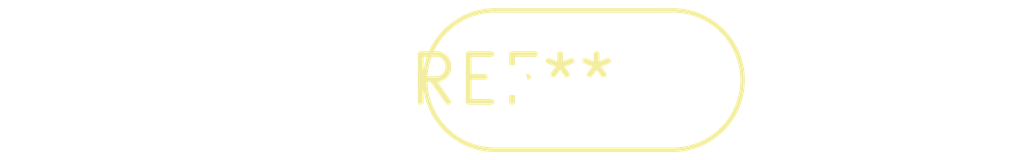
<source format=kicad_pcb>
(kicad_pcb (version 20240108) (generator pcbnew)
  (layers (0 "F.Cu" signal) (31 "B.Cu" signal) (34 "B.Paste" user) (35 "F.Paste" user) (36 "B.SilkS" user "B.Silkscreen") (37 "F.SilkS" user "F.Silkscreen") (38 "B.Mask" user) (39 "F.Mask" user) (44 "Edge.Cuts" user))
  (net 0 "")
  (footprint "Crystal_HC52-8mm_Vertical" (layer "F.Cu") (at 0 0)
    (property "Reference" "REF**")
    (property "Value" "Crystal_HC52-8mm_Vertical")
    (fp_line (start -0.45 -1.85) (end 4.25 -1.85) (layer "F.SilkS") (stroke (width 0.12)))
    (fp_line (start -0.45 1.85) (end 4.25 1.85) (layer "F.SilkS") (stroke (width 0.12)))
    (fp_arc (start -0.45 1.85) (mid -2.3 0) (end -0.45 -1.85) (layer "F.SilkS") (stroke (width 0.12)))
    (fp_arc (start 4.25 -1.85) (mid 6.1 0) (end 4.25 1.85) (layer "F.SilkS") (stroke (width 0.12)))
    (pad "1" thru_hole circle (at 0 0) (size 1.5 1.5) (drill 0.8) (layers *.Cu *.Mask) (remove_unused_layers))
    (pad "2" thru_hole circle (at 3.8 0) (size 1.5 1.5) (drill 0.8) (layers *.Cu *.Mask) (remove_unused_layers))
  )
)
</source>
